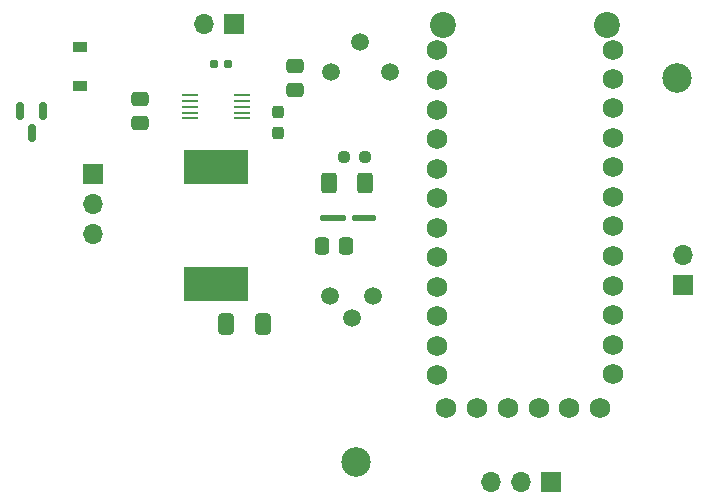
<source format=gts>
G04 #@! TF.GenerationSoftware,KiCad,Pcbnew,(6.0.1)*
G04 #@! TF.CreationDate,2022-04-24T16:28:56-07:00*
G04 #@! TF.ProjectId,PS_controller,50535f63-6f6e-4747-926f-6c6c65722e6b,rev?*
G04 #@! TF.SameCoordinates,Original*
G04 #@! TF.FileFunction,Soldermask,Top*
G04 #@! TF.FilePolarity,Negative*
%FSLAX46Y46*%
G04 Gerber Fmt 4.6, Leading zero omitted, Abs format (unit mm)*
G04 Created by KiCad (PCBNEW (6.0.1)) date 2022-04-24 16:28:56*
%MOMM*%
%LPD*%
G01*
G04 APERTURE LIST*
G04 Aperture macros list*
%AMRoundRect*
0 Rectangle with rounded corners*
0 $1 Rounding radius*
0 $2 $3 $4 $5 $6 $7 $8 $9 X,Y pos of 4 corners*
0 Add a 4 corners polygon primitive as box body*
4,1,4,$2,$3,$4,$5,$6,$7,$8,$9,$2,$3,0*
0 Add four circle primitives for the rounded corners*
1,1,$1+$1,$2,$3*
1,1,$1+$1,$4,$5*
1,1,$1+$1,$6,$7*
1,1,$1+$1,$8,$9*
0 Add four rect primitives between the rounded corners*
20,1,$1+$1,$2,$3,$4,$5,0*
20,1,$1+$1,$4,$5,$6,$7,0*
20,1,$1+$1,$6,$7,$8,$9,0*
20,1,$1+$1,$8,$9,$2,$3,0*%
G04 Aperture macros list end*
%ADD10R,1.700000X1.700000*%
%ADD11O,1.700000X1.700000*%
%ADD12R,1.200000X0.900000*%
%ADD13RoundRect,0.160000X0.197500X0.160000X-0.197500X0.160000X-0.197500X-0.160000X0.197500X-0.160000X0*%
%ADD14C,2.500000*%
%ADD15RoundRect,0.150000X-0.150000X0.587500X-0.150000X-0.587500X0.150000X-0.587500X0.150000X0.587500X0*%
%ADD16C,2.200000*%
%ADD17C,1.750000*%
%ADD18RoundRect,0.132750X0.888750X0.132750X-0.888750X0.132750X-0.888750X-0.132750X0.888750X-0.132750X0*%
%ADD19RoundRect,0.125000X0.996500X0.125000X-0.996500X0.125000X-0.996500X-0.125000X0.996500X-0.125000X0*%
%ADD20RoundRect,0.250000X-0.400000X-0.625000X0.400000X-0.625000X0.400000X0.625000X-0.400000X0.625000X0*%
%ADD21RoundRect,0.237500X-0.237500X0.300000X-0.237500X-0.300000X0.237500X-0.300000X0.237500X0.300000X0*%
%ADD22RoundRect,0.250000X0.475000X-0.337500X0.475000X0.337500X-0.475000X0.337500X-0.475000X-0.337500X0*%
%ADD23R,1.333500X0.279400*%
%ADD24C,1.498600*%
%ADD25RoundRect,0.250000X-0.475000X0.337500X-0.475000X-0.337500X0.475000X-0.337500X0.475000X0.337500X0*%
%ADD26RoundRect,0.250000X-0.412500X-0.650000X0.412500X-0.650000X0.412500X0.650000X-0.412500X0.650000X0*%
%ADD27R,5.400000X2.900000*%
%ADD28RoundRect,0.250000X-0.337500X-0.475000X0.337500X-0.475000X0.337500X0.475000X-0.337500X0.475000X0*%
%ADD29RoundRect,0.237500X0.250000X0.237500X-0.250000X0.237500X-0.250000X-0.237500X0.250000X-0.237500X0*%
G04 APERTURE END LIST*
D10*
X215335000Y-111635000D03*
D11*
X212795000Y-111635000D03*
X210255000Y-111635000D03*
D12*
X175514000Y-78104000D03*
X175514000Y-74804000D03*
D13*
X188049500Y-76212500D03*
X186854500Y-76212500D03*
D14*
X198882000Y-109982000D03*
D15*
X172348000Y-80208000D03*
X170448000Y-80208000D03*
X171398000Y-82083000D03*
D16*
X206215000Y-72905000D03*
X220115000Y-72905000D03*
D17*
X220615000Y-102505000D03*
X220615000Y-100005000D03*
X214315000Y-105405000D03*
X216915000Y-105405000D03*
X220615000Y-97505000D03*
X220615000Y-95005000D03*
X220615000Y-92505000D03*
X220615000Y-90005000D03*
X220615000Y-87505000D03*
X220615000Y-85005000D03*
X220615000Y-82505000D03*
X211715000Y-105405000D03*
X220615000Y-80005000D03*
X206515000Y-105405000D03*
X209115000Y-105405000D03*
X220615000Y-77505000D03*
X220615000Y-75105000D03*
X205715000Y-75105000D03*
X205715000Y-77605000D03*
X205715000Y-80105000D03*
X205715000Y-82605000D03*
X205715000Y-85105000D03*
X205715000Y-87605000D03*
X205715000Y-90105000D03*
X205715000Y-92605000D03*
X205715000Y-95105000D03*
X205715000Y-97605000D03*
X205715000Y-100105000D03*
X205715000Y-102605000D03*
X219515000Y-105405000D03*
D18*
X199570000Y-89280000D03*
D19*
X196870000Y-89280000D03*
D10*
X188550000Y-72825000D03*
D11*
X186010000Y-72825000D03*
D20*
X196560000Y-86322000D03*
X199660000Y-86322000D03*
D21*
X192294000Y-80350000D03*
X192294000Y-82075000D03*
D22*
X193700000Y-78490000D03*
X193700000Y-76415000D03*
D10*
X226543000Y-94976000D03*
D11*
X226543000Y-92436000D03*
D23*
X184777850Y-78861740D03*
X184777850Y-79362120D03*
X184777850Y-79862500D03*
X184777850Y-80362880D03*
X184777850Y-80863260D03*
X189210150Y-80863260D03*
X189210150Y-80362880D03*
X189210150Y-79862500D03*
X189210150Y-79362120D03*
X189210150Y-78861740D03*
D10*
X176555000Y-85598000D03*
D11*
X176555000Y-88138000D03*
X176555000Y-90678000D03*
D24*
X196685500Y-95895500D03*
X198485500Y-97795500D03*
X200285500Y-95895500D03*
D25*
X180594000Y-79205000D03*
X180594000Y-81280000D03*
D24*
X196700000Y-76900000D03*
X199200000Y-74400000D03*
X201700000Y-76900000D03*
D14*
X226060000Y-77470000D03*
D26*
X187837500Y-98300000D03*
X190962500Y-98300000D03*
D27*
X187000000Y-84950000D03*
X187000000Y-94850000D03*
D28*
X195972500Y-91700000D03*
X198047500Y-91700000D03*
D29*
X199632500Y-84120000D03*
X197807500Y-84120000D03*
M02*

</source>
